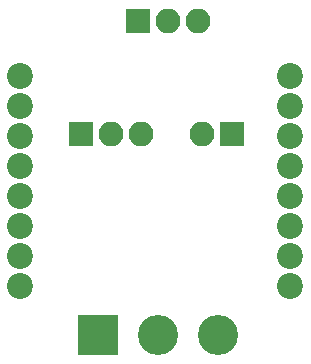
<source format=gbr>
G04 #@! TF.FileFunction,Soldermask,Bot*
%FSLAX46Y46*%
G04 Gerber Fmt 4.6, Leading zero omitted, Abs format (unit mm)*
G04 Created by KiCad (PCBNEW 4.0.7) date 08/03/18 16:25:06*
%MOMM*%
%LPD*%
G01*
G04 APERTURE LIST*
%ADD10C,0.100000*%
%ADD11R,2.100000X2.100000*%
%ADD12O,2.100000X2.100000*%
%ADD13R,3.400000X3.400000*%
%ADD14C,3.400000*%
%ADD15C,2.200000*%
G04 APERTURE END LIST*
D10*
D11*
X155000000Y-99800000D03*
D12*
X152460000Y-99800000D03*
D11*
X142200000Y-99800000D03*
D12*
X144740000Y-99800000D03*
X147280000Y-99800000D03*
D11*
X147000000Y-90200000D03*
D12*
X149540000Y-90200000D03*
X152080000Y-90200000D03*
D13*
X143600000Y-116800000D03*
D14*
X148680000Y-116800000D03*
X153760000Y-116800000D03*
D15*
X137071100Y-94843600D03*
X137071100Y-97383600D03*
X137071100Y-99923600D03*
X137071100Y-102463600D03*
X137071100Y-105003600D03*
X137071100Y-107543600D03*
X137071100Y-110083600D03*
X137071100Y-112623600D03*
X159931100Y-112623600D03*
X159931100Y-110083600D03*
X159931100Y-107543600D03*
X159931100Y-105003600D03*
X159931100Y-102463600D03*
X159931100Y-99923600D03*
X159931100Y-97383600D03*
X159931100Y-94843600D03*
M02*

</source>
